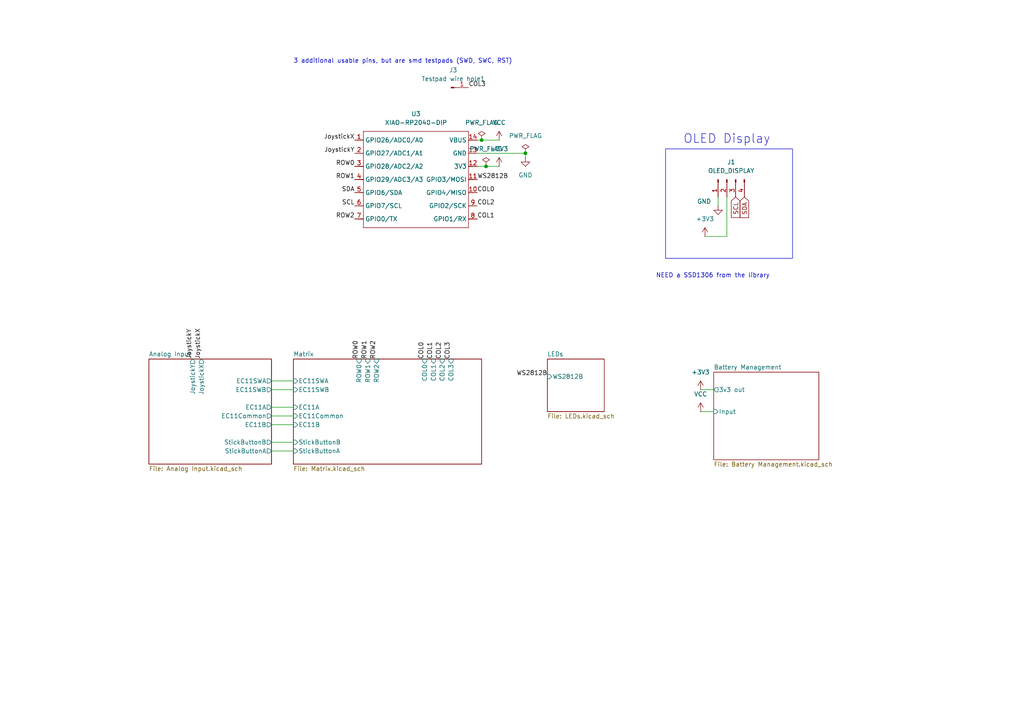
<source format=kicad_sch>
(kicad_sch (version 20231120) (generator "eeschema") (generator_version "8.0")
  (paper "A4")
  (lib_symbols
    (symbol "Connector:Conn_01x01_Pin" (pin_names (offset 1.016) hide)
      (property "Reference" "J" (at 0 2.54 0))
      (property "Value" "Conn_01x01_Pin" (at 0 -2.54 0))
      (symbol "Conn_01x01_Pin_1_1"
        (polyline (pts (xy 1.27 0) (xy 0.8636 0)) (stroke (width 0.1524)))
        (rectangle (start 0.8636 0.127) (end 0 -0.127) (stroke (width 0.1524)) (fill (type outline)))
        (pin passive line (at 5.08 0 180) (length 3.81) (name "Pin_1") (number "1"))
      )
    )
    (symbol "Connector:Conn_01x04_Pin" (pin_names (offset 1.016) hide)
      (property "Reference" "J" (at 0 5.08 0))
      (property "Value" "Conn_01x04_Pin" (at 0 -7.62 0))
      (symbol "Conn_01x04_Pin_1_1"
        (polyline (pts (xy 1.27 -5.08) (xy 0.8636 -5.08)) (stroke (width 0.1524)))
        (polyline (pts (xy 1.27 -2.54) (xy 0.8636 -2.54)) (stroke (width 0.1524)))
        (polyline (pts (xy 1.27 0) (xy 0.8636 0)) (stroke (width 0.1524)))
        (polyline (pts (xy 1.27 2.54) (xy 0.8636 2.54)) (stroke (width 0.1524)))
        (rectangle (start 0.8636 -4.953) (end 0 -5.207) (stroke (width 0.1524)) (fill (type outline)))
        (rectangle (start 0.8636 -2.413) (end 0 -2.667) (stroke (width 0.1524)) (fill (type outline)))
        (rectangle (start 0.8636 0.127) (end 0 -0.127) (stroke (width 0.1524)) (fill (type outline)))
        (rectangle (start 0.8636 2.667) (end 0 2.413) (stroke (width 0.1524)) (fill (type outline)))
        (pin passive line (at 5.08 2.54 180) (length 3.81) (name "Pin_1") (number "1"))
        (pin passive line (at 5.08 0 180) (length 3.81) (name "Pin_2") (number "2"))
        (pin passive line (at 5.08 -2.54 180) (length 3.81) (name "Pin_3") (number "3"))
        (pin passive line (at 5.08 -5.08 180) (length 3.81) (name "Pin_4") (number "4"))
      )
    )
    (symbol "SEEED_XAIO:XIAO-RP2040-DIP"
      (property "Reference" "U" (at 0 0 0))
      (property "Value" "XIAO-RP2040-DIP" (at 5.334 -1.778 0))
      (symbol "XIAO-RP2040-DIP_1_0"
        (polyline (pts (xy -1.27 -30.48) (xy -1.27 -16.51)) (stroke (width 0.1524)))
        (polyline (pts (xy -1.27 -27.94) (xy -2.54 -27.94)) (stroke (width 0.1524)))
        (polyline (pts (xy -1.27 -24.13) (xy -2.54 -24.13)) (stroke (width 0.1524)))
        (polyline (pts (xy -1.27 -20.32) (xy -2.54 -20.32)) (stroke (width 0.1524)))
        (polyline (pts (xy -1.27 -16.51) (xy -2.54 -16.51)) (stroke (width 0.1524)))
        (polyline (pts (xy -1.27 -16.51) (xy -1.27 -12.7)) (stroke (width 0.1524)))
        (polyline (pts (xy -1.27 -12.7) (xy -2.54 -12.7)) (stroke (width 0.1524)))
        (polyline (pts (xy -1.27 -12.7) (xy -1.27 -8.89)) (stroke (width 0.1524)))
        (polyline (pts (xy -1.27 -8.89) (xy -2.54 -8.89)) (stroke (width 0.1524)))
        (polyline (pts (xy -1.27 -8.89) (xy -1.27 -5.08)) (stroke (width 0.1524)))
        (polyline (pts (xy -1.27 -5.08) (xy -2.54 -5.08)) (stroke (width 0.1524)))
        (polyline (pts (xy -1.27 -5.08) (xy -1.27 -2.54)) (stroke (width 0.1524)))
        (polyline (pts (xy -1.27 -2.54) (xy 29.21 -2.54)) (stroke (width 0.1524)))
        (polyline (pts (xy 29.21 -30.48) (xy -1.27 -30.48)) (stroke (width 0.1524)))
        (polyline (pts (xy 29.21 -12.7) (xy 29.21 -30.48)) (stroke (width 0.1524)))
        (polyline (pts (xy 29.21 -8.89) (xy 29.21 -12.7)) (stroke (width 0.1524)))
        (polyline (pts (xy 29.21 -5.08) (xy 29.21 -8.89)) (stroke (width 0.1524)))
        (polyline (pts (xy 29.21 -2.54) (xy 29.21 -5.08)) (stroke (width 0.1524)))
        (polyline (pts (xy 30.48 -27.94) (xy 29.21 -27.94)) (stroke (width 0.1524)))
        (polyline (pts (xy 30.48 -24.13) (xy 29.21 -24.13)) (stroke (width 0.1524)))
        (polyline (pts (xy 30.48 -20.32) (xy 29.21 -20.32)) (stroke (width 0.1524)))
        (polyline (pts (xy 30.48 -16.51) (xy 29.21 -16.51)) (stroke (width 0.1524)))
        (polyline (pts (xy 30.48 -12.7) (xy 29.21 -12.7)) (stroke (width 0.1524)))
        (polyline (pts (xy 30.48 -8.89) (xy 29.21 -8.89)) (stroke (width 0.1524)))
        (polyline (pts (xy 30.48 -5.08) (xy 29.21 -5.08)) (stroke (width 0.1524)))
        (pin passive line (at -3.81 -5.08 0) (length 2.54) (name "GPIO26/ADC0/A0") (number "1"))
        (pin passive line (at 31.75 -20.32 180) (length 2.54) (name "GPIO4/MISO") (number "10"))
        (pin passive line (at 31.75 -16.51 180) (length 2.54) (name "GPIO3/MOSI") (number "11"))
        (pin passive line (at 31.75 -12.7 180) (length 2.54) (name "3V3") (number "12"))
        (pin passive line (at 31.75 -8.89 180) (length 2.54) (name "GND") (number "13"))
        (pin passive line (at 31.75 -5.08 180) (length 2.54) (name "VBUS") (number "14"))
        (pin passive line (at -3.81 -8.89 0) (length 2.54) (name "GPIO27/ADC1/A1") (number "2"))
        (pin passive line (at -3.81 -12.7 0) (length 2.54) (name "GPIO28/ADC2/A2") (number "3"))
        (pin passive line (at -3.81 -16.51 0) (length 2.54) (name "GPIO29/ADC3/A3") (number "4"))
        (pin passive line (at -3.81 -20.32 0) (length 2.54) (name "GPIO6/SDA") (number "5"))
        (pin passive line (at -3.81 -24.13 0) (length 2.54) (name "GPIO7/SCL") (number "6"))
        (pin passive line (at -3.81 -27.94 0) (length 2.54) (name "GPIO0/TX") (number "7"))
        (pin passive line (at 31.75 -27.94 180) (length 2.54) (name "GPIO1/RX") (number "8"))
        (pin passive line (at 31.75 -24.13 180) (length 2.54) (name "GPIO2/SCK") (number "9"))
      )
    )
    (symbol "power:+3V3" (power) (pin_numbers hide) (pin_names (offset 0) hide)
      (property "Value" "+3V3" (at 0 3.556 0))
      (symbol "+3V3_0_1"
        (polyline (pts (xy -0.762 1.27) (xy 0 2.54)))
        (polyline (pts (xy 0 0) (xy 0 2.54)))
        (polyline (pts (xy 0 2.54) (xy 0.762 1.27)))
      )
      (symbol "+3V3_1_1"
        (pin power_in line (at 0 0 90) (length 0) (name "~") (number "1"))
      )
    )
    (symbol "power:GND" (power) (pin_numbers hide) (pin_names (offset 0) hide)
      (property "Value" "GND" (at 0 -3.81 0))
      (symbol "GND_0_1"
        (polyline (pts (xy 0 0) (xy 0 -1.27) (xy 1.27 -1.27) (xy 0 -2.54) (xy -1.27 -1.27) (xy 0 -1.27)))
      )
      (symbol "GND_1_1"
        (pin power_in line (at 0 0 270) (length 0) (name "~") (number "1"))
      )
    )
    (symbol "power:PWR_FLAG" (power) (pin_numbers hide) (pin_names (offset 0) hide)
      (property "Value" "PWR_FLAG" (at 0 3.81 0))
      (symbol "PWR_FLAG_0_0"
        (pin power_out line (at 0 0 90) (length 0) (name "~") (number "1"))
      )
      (symbol "PWR_FLAG_0_1"
        (polyline (pts (xy 0 0) (xy 0 1.27) (xy -1.016 1.905) (xy 0 2.54) (xy 1.016 1.905) (xy 0 1.27)))
      )
    )
    (symbol "power:VCC" (power) (pin_numbers hide) (pin_names (offset 0) hide)
      (property "Value" "VCC" (at 0 3.556 0))
      (symbol "VCC_0_1"
        (polyline (pts (xy -0.762 1.27) (xy 0 2.54)))
        (polyline (pts (xy 0 0) (xy 0 2.54)))
        (polyline (pts (xy 0 2.54) (xy 0.762 1.27)))
      )
      (symbol "VCC_1_1"
        (pin power_in line (at 0 0 90) (length 0) (name "~") (number "1"))
      )
    )
  )
  (junction (at 140.97 48.26))
  (junction (at 139.7 40.64))
  (junction (at 152.4 44.45))
  (wire (pts (xy 204.47 68.58) (xy 210.82 68.58)))
  (wire (pts (xy 78.74 110.49) (xy 85.09 110.49)))
  (wire (pts (xy 208.28 59.69) (xy 208.28 57.15)))
  (wire (pts (xy 210.82 68.58) (xy 210.82 57.15)))
  (wire (pts (xy 78.74 128.27) (xy 85.09 128.27)))
  (wire (pts (xy 78.74 118.11) (xy 85.09 118.11)))
  (wire (pts (xy 138.43 48.26) (xy 140.97 48.26)))
  (wire (pts (xy 78.74 130.81) (xy 85.09 130.81)))
  (wire (pts (xy 78.74 120.65) (xy 85.09 120.65)))
  (wire (pts (xy 138.43 40.64) (xy 139.7 40.64)))
  (wire (pts (xy 78.74 113.03) (xy 85.09 113.03)))
  (wire (pts (xy 78.74 123.19) (xy 85.09 123.19)))
  (wire (pts (xy 152.4 45.72) (xy 152.4 44.45)))
  (wire (pts (xy 203.2 113.03) (xy 207.01 113.03)))
  (wire (pts (xy 203.2 119.38) (xy 207.01 119.38)))
  (wire (pts (xy 140.97 48.26) (xy 144.78 48.26)))
  (wire (pts (xy 139.7 40.64) (xy 144.78 40.64)))
  (wire (pts (xy 152.4 44.45) (xy 138.43 44.45)))
  (rectangle (start 193.04 43.18) (end 229.87 74.93))
  (text "NEED a SSD1306 from the library\n" (at 206.756 80.01 0) (effects (font (size 1.27 1.27))))
  (text "OLED Display" (at 210.82 40.386 0) (effects (font (size 2.54 2.54))))
  (text "3 additional usable pins, but are smd testpads (SWD, SWC, RST)" (at 116.84 17.78 0) (effects (font (size 1.27 1.27))))
  (label "ROW1" (at 102.87 52.07 180))
  (label "COL1" (at 125.73 104.14 90))
  (label "JoystickX" (at 102.87 40.64 180))
  (label "COL3" (at 130.81 104.14 90))
  (label "JoystickY" (at 55.88 104.14 90))
  (label "COL3" (at 135.89 25.4 0))
  (label "JoystickX" (at 58.42 104.14 90))
  (label "SDA" (at 102.87 55.88 180))
  (label "ROW0" (at 104.14 104.14 90))
  (label "ROW0" (at 102.87 48.26 180))
  (label "COL0" (at 123.19 104.14 90))
  (label "COL1" (at 138.43 63.5 0))
  (label "SCL" (at 102.87 59.69 180))
  (label "WS2812B" (at 138.43 52.07 0))
  (label "COL0" (at 138.43 55.88 0))
  (label "ROW2" (at 102.87 63.5 180))
  (label "JoystickY" (at 102.87 44.45 180))
  (label "WS2812B" (at 158.75 109.22 180))
  (label "ROW1" (at 106.68 104.14 90))
  (label "COL2" (at 128.27 104.14 90))
  (label "COL2" (at 138.43 59.69 0))
  (label "ROW2" (at 109.22 104.14 90))
  (global_label "SCL" (shape input) (at 213.36 57.15 270) (property "Intersheetrefs" "${INTERSHEET_REFS}" (effects (hide yes))))
  (global_label "SDA" (shape input) (at 215.9 57.15 270) (property "Intersheetrefs" "${INTERSHEET_REFS}" (effects (hide yes))))
  (symbol (lib_id "power:+3V3") (at 144.78 48.26 0) (unit 1)
    (property "Reference" "#PWR016" (effects (hide yes)))
    (property "Value" "+3V3" (at 144.78 43.18 0))
    (property "Description" "Power symbol creates a global label with name \"+3V3\"" (effects (hide yes)))
  )
  (symbol (lib_id "power:PWR_FLAG") (at 139.7 40.64 0) (unit 1)
    (property "Reference" "#FLG02" (effects (hide yes)))
    (property "Value" "PWR_FLAG" (at 139.7 35.56 0))
    (property "Description" "Special symbol for telling ERC where power comes from" (effects (hide yes)))
  )
  (symbol (lib_id "Connector:Conn_01x01_Pin") (at 130.81 25.4 0) (unit 1)
    (property "Reference" "J3" (at 131.445 20.32 0))
    (property "Value" "Testpad wire hole1" (at 131.445 22.86 0))
    (property "Footprint" "Connector_PinHeader_2.54mm:PinHeader_1x01_P2.54mm_Vertical" (effects (hide yes)))
    (property "Description" "Generic connector, single row, 01x01, script generated" (effects (hide yes)))
  )
  (symbol (lib_id "power:GND") (at 208.28 59.69 0) (unit 1)
    (property "Reference" "#PWR04" (effects (hide yes)))
    (property "Value" "GND" (at 204.216 58.42 0))
    (property "Description" "Power symbol creates a global label with name \"GND\" , ground" (effects (hide yes)))
  )
  (symbol (lib_id "SEEED_XAIO:XIAO-RP2040-DIP") (at 106.68 35.56 0) (unit 1)
    (property "Reference" "U3" (at 120.65 33.02 0))
    (property "Value" "XIAO-RP2040-DIP" (at 120.65 35.56 0))
    (property "Footprint" "SEEED_XIAO:XIAO-RP2040-DIP" (effects (hide yes)))
  )
  (symbol (lib_id "power:VCC") (at 144.78 40.64 0) (unit 1)
    (property "Reference" "#PWR02" (effects (hide yes)))
    (property "Value" "VCC" (at 144.78 35.56 0))
    (property "Description" "Power symbol creates a global label with name \"VCC\"" (effects (hide yes)))
  )
  (symbol (lib_id "power:PWR_FLAG") (at 140.97 48.26 0) (unit 1)
    (property "Reference" "#FLG03" (effects (hide yes)))
    (property "Value" "PWR_FLAG" (at 140.97 43.18 0))
    (property "Description" "Special symbol for telling ERC where power comes from" (effects (hide yes)))
  )
  (symbol (lib_id "Connector:Conn_01x04_Pin") (at 210.82 52.07 90) (mirror x) (unit 1)
    (property "Reference" "J1" (at 212.09 46.99 90))
    (property "Value" "OLED_DISPLAY" (at 212.09 49.53 90))
    (property "Footprint" "SSD1306:SSD1306-OLED096-128x64" (effects (hide yes)))
    (property "Description" "Generic connector, single row, 01x04, script generated" (effects (hide yes)))
  )
  (symbol (lib_id "power:VCC") (at 203.2 119.38 0) (unit 1)
    (property "Reference" "#PWR018" (effects (hide yes)))
    (property "Value" "VCC" (at 203.2 114.3 0))
    (property "Description" "Power symbol creates a global label with name \"VCC\"" (effects (hide yes)))
  )
  (symbol (lib_id "power:+3V3") (at 203.2 113.03 0) (unit 1)
    (property "Reference" "#PWR023" (effects (hide yes)))
    (property "Value" "+3V3" (at 203.2 107.95 0))
    (property "Description" "Power symbol creates a global label with name \"+3V3\"" (effects (hide yes)))
  )
  (symbol (lib_id "power:GND") (at 152.4 45.72 0) (unit 1)
    (property "Reference" "#PWR01" (effects (hide yes)))
    (property "Value" "GND" (at 152.4 50.8 0))
    (property "Description" "Power symbol creates a global label with name \"GND\" , ground" (effects (hide yes)))
  )
  (symbol (lib_id "power:+3V3") (at 204.47 68.58 0) (unit 1)
    (property "Reference" "#PWR05" (effects (hide yes)))
    (property "Value" "+3V3" (at 204.47 63.5 0))
    (property "Description" "Power symbol creates a global label with name \"+3V3\"" (effects (hide yes)))
  )
  (symbol (lib_id "power:PWR_FLAG") (at 152.4 44.45 0) (unit 1)
    (property "Reference" "#FLG01" (effects (hide yes)))
    (property "Value" "PWR_FLAG" (at 152.4 39.37 0))
    (property "Description" "Special symbol for telling ERC where power comes from" (effects (hide yes)))
  )
  (sheet (at 85.09 104.14) (size 54.61 30.48) (stroke (width 0.1524))
    (property "Sheetname" "Matrix" (at 85.09 103.4284 0) (effects (justify left bottom)))
    (property "Sheetfile" "Matrix.kicad_sch" (at 85.09 135.2046 0) (effects (justify left top)))
    (pin "EC11SWB" input (at 85.09 113.03 180))
    (pin "EC11SWA" input (at 85.09 110.49 180))
    (pin "StickButtonB" input (at 85.09 128.27 180))
    (pin "EC11B" input (at 85.09 123.19 180))
    (pin "EC11A" input (at 85.09 118.11 180))
    (pin "ROW2" input (at 109.22 104.14 90))
    (pin "EC11Common" input (at 85.09 120.65 180))
    (pin "COL0" input (at 123.19 104.14 90))
    (pin "COL1" input (at 125.73 104.14 90))
    (pin "ROW0" input (at 104.14 104.14 90))
    (pin "ROW1" input (at 106.68 104.14 90))
    (pin "COL2" input (at 128.27 104.14 90))
    (pin "COL3" input (at 130.81 104.14 90))
    (pin "StickButtonA" input (at 85.09 130.81 180))
  )
  (sheet (at 43.18 104.14) (size 35.56 30.48) (stroke (width 0.1524))
    (property "Sheetname" "Analog Input" (at 43.18 103.4284 0) (effects (justify left bottom)))
    (property "Sheetfile" "Analog Input.kicad_sch" (at 43.18 135.2046 0) (effects (justify left top)))
    (pin "JoystickY" output (at 55.88 104.14 90))
    (pin "StickButtonB" output (at 78.74 128.27 0))
    (pin "EC11SWB" output (at 78.74 113.03 0))
    (pin "EC11SWA" output (at 78.74 110.49 0))
    (pin "EC11Common" output (at 78.74 120.65 0))
    (pin "EC11A" output (at 78.74 118.11 0))
    (pin "EC11B" output (at 78.74 123.19 0))
    (pin "StickButtonA" output (at 78.74 130.81 0))
    (pin "JoystickX" output (at 58.42 104.14 90))
  )
  (sheet (at 207.01 107.95) (size 30.48 25.4) (stroke (width 0.1524))
    (property "Sheetname" "Battery Management" (at 207.01 107.2384 0) (effects (justify left bottom)))
    (property "Sheetfile" "Battery Management.kicad_sch" (at 207.01 133.9346 0) (effects (justify left top)))
    (pin "3v3 out" output (at 207.01 113.03 180))
    (pin "Input" input (at 207.01 119.38 180))
  )
  (sheet (at 158.75 104.14) (size 16.51 15.24) (stroke (width 0.1524))
    (property "Sheetname" "LEDs" (at 158.75 103.4284 0) (effects (justify left bottom)))
    (property "Sheetfile" "LEDs.kicad_sch" (at 158.75 119.9646 0) (effects (justify left top)))
    (pin "WS2812B" input (at 158.75 109.22 180))
  )
)
</source>
